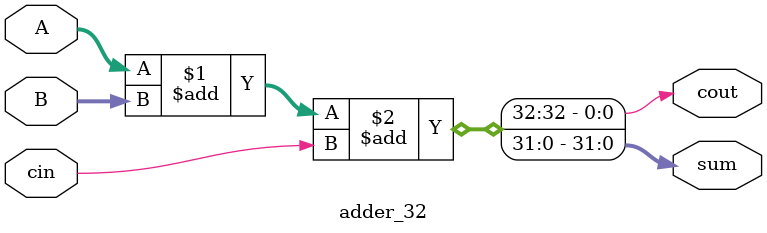
<source format=v>
`timescale 10 ns / 1 ns

`define DATA_WIDTH 32

module alu (
    input  [`DATA_WIDTH - 1:0]  A,
    input  [`DATA_WIDTH - 1:0]  B,
    input  [              2:0]  ALUop,
    output                      Overflow,
    output                      CarryOut,
    output                      Zero,
    output [`DATA_WIDTH - 1:0]  Result
);

    localparam AND = 3'b000;
    localparam  OR = 3'b001;
    localparam ADD = 3'b010;
    localparam SUB = 3'b110;
    localparam SLT = 3'b111;

    wire   [`DATA_WIDTH - 1:0]  B2;
    wire                        cout;
    wire   [`DATA_WIDTH - 1:0]  sum;

    adder_32 alu_adder (
        .A(          A),
        .B(         B2),
        .cin( b_invert),
        .cout(    cout),
        .sum(      sum)
    );

    // for subtraction
    assign       B2 = (ALUop == SUB || ALUop == SLT) ? ~B : B;
    assign b_invert = (ALUop == SUB || ALUop == SLT) ? 1'b1 : 1'b0;

    assign Overflow = (ALUop == ADD) ? ((A[`DATA_WIDTH - 1] == B[`DATA_WIDTH - 1]) && (A[`DATA_WIDTH - 1] ^ sum[`DATA_WIDTH - 1]))
                    : (ALUop == SUB || ALUop == SLT) ? ((A[`DATA_WIDTH - 1] ^ B[`DATA_WIDTH - 1]) && (A[`DATA_WIDTH - 1] ^ sum[`DATA_WIDTH - 1]))
                    : `DATA_WIDTH'bx;

    assign CarryOut = (ALUop == ADD) ? cout
                    : (ALUop == SUB) ? (~A[`DATA_WIDTH - 1] && B[`DATA_WIDTH - 1])
                                    || ((A[`DATA_WIDTH - 1] == B[`DATA_WIDTH - 1]) && sum[`DATA_WIDTH - 1])
                    : `DATA_WIDTH'bx;

    assign     Zero = (Result == `DATA_WIDTH'b0);

    assign   Result = (ALUop == AND) ? A & B
                    : (ALUop == OR ) ? A | B
                    : (ALUop == ADD || ALUop == SUB) ? sum
                    : (ALUop == SLT) ? sum[`DATA_WIDTH - 1] ^ Overflow
                    : `DATA_WIDTH'bx;
endmodule

module adder_32 (
    input  [`DATA_WIDTH - 1:0]  A,
    input  [`DATA_WIDTH - 1:0]  B,
    input                       cin,
    output                      cout,
    output [`DATA_WIDTH - 1:0]  sum
);
    assign {cout, sum} = A + B + cin;
endmodule

</source>
